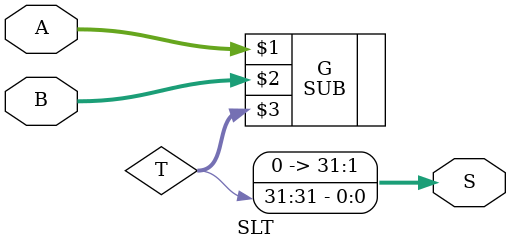
<source format=v>
`timescale 1ns / 1ps


module SLT #(parameter N = 32)
(
    input [N-1:0] A,
    input [N-1:0] B,
    output [N-1:0] S
);
	 wire [N-1:0] T;
	 
	 SUB #(N) G(A, B, T);
	 
	 assign S[0] = T[N-1];
	 assign S[N-1:1] = 31'b0;
	 
endmodule


</source>
